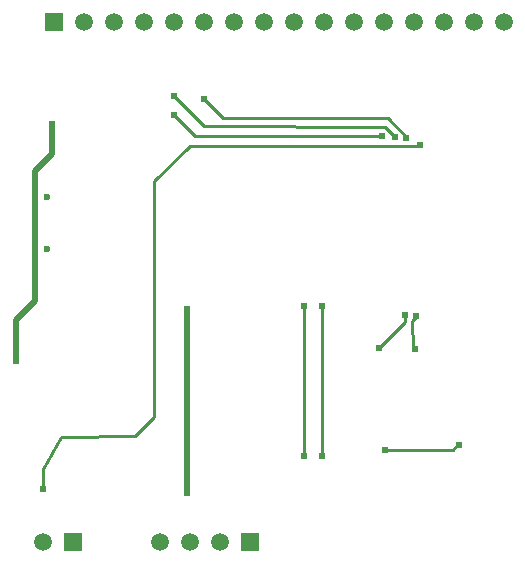
<source format=gbl>
G04*
G04 #@! TF.GenerationSoftware,Altium Limited,Altium Designer,19.0.6 (157)*
G04*
G04 Layer_Physical_Order=2*
G04 Layer_Color=16711680*
%FSLAX24Y24*%
%MOIN*%
G70*
G01*
G75*
%ADD15C,0.0100*%
%ADD37C,0.0200*%
%ADD39C,0.0591*%
%ADD40R,0.0591X0.0591*%
%ADD41C,0.0236*%
%ADD42C,0.0240*%
D15*
X36900Y34150D02*
Y34192D01*
X37020Y34312D01*
Y34350D01*
X36648Y34148D02*
Y34400D01*
X36900Y34150D02*
X36918Y33370D01*
X37000Y33288D01*
X35800Y33300D02*
X36648Y34148D01*
X37000Y33250D02*
Y33288D01*
X29950Y41600D02*
X30600Y40950D01*
X36093D01*
X28950Y41050D02*
X29650Y40350D01*
X36093Y40950D02*
X36705Y40338D01*
Y40300D02*
Y40338D01*
X28300Y38850D02*
X29480Y40030D01*
X35950Y40651D02*
X36005D01*
X36330Y40327D01*
X29480Y40030D02*
X37130D01*
X37150Y40050D01*
X28950Y41700D02*
X29950Y40700D01*
X30100D01*
X35950Y40651D01*
X29650Y40350D02*
X35900D01*
X38412Y30050D02*
X38450D01*
X38262Y29900D02*
X38412Y30050D01*
X36000Y29900D02*
X38262D01*
X25200Y30312D02*
X27650Y30350D01*
X24600Y29250D02*
X25200Y30312D01*
X24600Y28600D02*
Y29250D01*
X27650Y30350D02*
X28300Y31000D01*
Y38850D01*
X33888Y29712D02*
X33900Y29700D01*
X33888Y29712D02*
Y34700D01*
X33300Y29700D02*
Y34700D01*
D37*
X23700Y32850D02*
Y34221D01*
X24329Y34850D01*
Y39198D01*
X29400Y28450D02*
Y34600D01*
X24329Y39198D02*
X24900Y39769D01*
Y40750D01*
D39*
X24600Y26834D02*
D03*
X30500D02*
D03*
X29500D02*
D03*
X28500D02*
D03*
X28950Y44150D02*
D03*
X29950D02*
D03*
X27950D02*
D03*
X31950D02*
D03*
X32950D02*
D03*
X30950D02*
D03*
X26950D02*
D03*
X25950D02*
D03*
X33950D02*
D03*
X34950D02*
D03*
X36950D02*
D03*
X35950D02*
D03*
X37950D02*
D03*
X38950D02*
D03*
X39950D02*
D03*
D40*
X25600Y26834D02*
D03*
X31500D02*
D03*
X24950Y44150D02*
D03*
D41*
X24729Y38331D02*
D03*
Y36599D02*
D03*
D42*
X36648Y34400D02*
D03*
X37020Y34350D02*
D03*
X23700Y32850D02*
D03*
X29950Y41600D02*
D03*
X28950Y41050D02*
D03*
X36330Y40327D02*
D03*
X36705Y40300D02*
D03*
X28950Y41700D02*
D03*
X37150Y40050D02*
D03*
X35900Y40350D02*
D03*
X29400Y28450D02*
D03*
Y34600D02*
D03*
X24900Y40750D02*
D03*
X38450Y30050D02*
D03*
X36000Y29900D02*
D03*
X24600Y28600D02*
D03*
X33900Y29700D02*
D03*
X33300D02*
D03*
X33888Y34700D02*
D03*
X33300D02*
D03*
X37000Y33250D02*
D03*
X35800Y33300D02*
D03*
M02*

</source>
